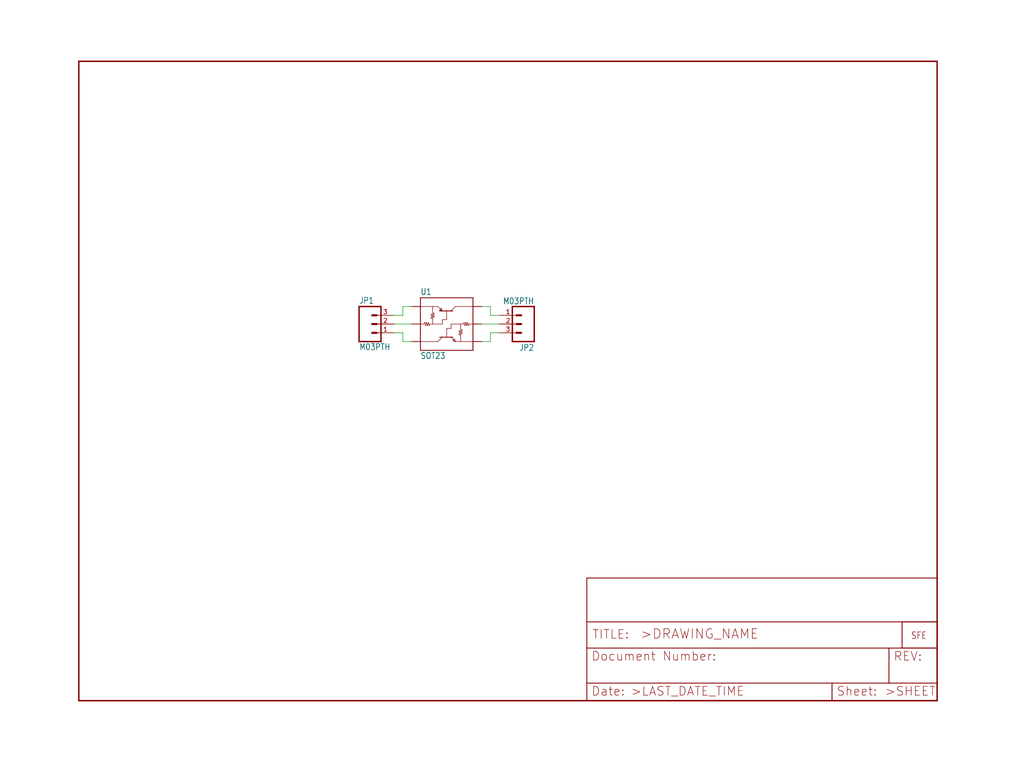
<source format=kicad_sch>
(kicad_sch (version 20211123) (generator eeschema)
  (paper "User" 297.002 223.926)
  (lib_symbols
    (symbol "eagleSchem-eagle-import:FRAME-LETTER"
      (symbol "FRAME-LETTER_1_0"
        (polyline (pts (xy 0 0) (xy 248.92 0)) (stroke (width 0.4064)))
        (polyline (pts (xy 0 185.42) (xy 0 0)) (stroke (width 0.4064)))
        (polyline (pts (xy 0 185.42) (xy 248.92 185.42)) (stroke (width 0.4064)))
        (polyline (pts (xy 248.92 185.42) (xy 248.92 0)) (stroke (width 0.4064)))
      )
      (symbol "FRAME-LETTER_2_0"
        (polyline (pts (xy 0 0) (xy 0 5.08)) (stroke (width 0.254)))
        (polyline (pts (xy 0 0) (xy 71.12 0)) (stroke (width 0.254)))
        (polyline (pts (xy 0 5.08) (xy 0 15.24)) (stroke (width 0.254)))
        (polyline (pts (xy 0 5.08) (xy 71.12 5.08)) (stroke (width 0.254)))
        (polyline (pts (xy 0 15.24) (xy 0 22.86)) (stroke (width 0.254)))
        (polyline (pts (xy 0 22.86) (xy 0 35.56)) (stroke (width 0.254)))
        (polyline (pts (xy 0 22.86) (xy 101.6 22.86)) (stroke (width 0.254)))
        (polyline (pts (xy 71.12 0) (xy 101.6 0)) (stroke (width 0.254)))
        (polyline (pts (xy 71.12 5.08) (xy 71.12 0)) (stroke (width 0.254)))
        (polyline (pts (xy 71.12 5.08) (xy 87.63 5.08)) (stroke (width 0.254)))
        (polyline (pts (xy 87.63 5.08) (xy 101.6 5.08)) (stroke (width 0.254)))
        (polyline (pts (xy 87.63 15.24) (xy 0 15.24)) (stroke (width 0.254)))
        (polyline (pts (xy 87.63 15.24) (xy 87.63 5.08)) (stroke (width 0.254)))
        (polyline (pts (xy 101.6 5.08) (xy 101.6 0)) (stroke (width 0.254)))
        (polyline (pts (xy 101.6 15.24) (xy 87.63 15.24)) (stroke (width 0.254)))
        (polyline (pts (xy 101.6 15.24) (xy 101.6 5.08)) (stroke (width 0.254)))
        (polyline (pts (xy 101.6 22.86) (xy 101.6 15.24)) (stroke (width 0.254)))
        (polyline (pts (xy 101.6 35.56) (xy 0 35.56)) (stroke (width 0.254)))
        (polyline (pts (xy 101.6 35.56) (xy 101.6 22.86)) (stroke (width 0.254)))
        (text ">DRAWING_NAME" (at 15.494 17.78 0) (effects (font (size 2.7432 2.7432)) (justify left bottom)))
        (text ">LAST_DATE_TIME" (at 12.7 1.27 0) (effects (font (size 2.54 2.54)) (justify left bottom)))
        (text ">SHEET" (at 86.36 1.27 0) (effects (font (size 2.54 2.54)) (justify left bottom)))
        (text "Date:" (at 1.27 1.27 0) (effects (font (size 2.54 2.54)) (justify left bottom)))
        (text "Document Number:" (at 1.27 11.43 0) (effects (font (size 2.54 2.54)) (justify left bottom)))
        (text "REV:" (at 88.9 11.43 0) (effects (font (size 2.54 2.54)) (justify left bottom)))
        (text "Sheet:" (at 72.39 1.27 0) (effects (font (size 2.54 2.54)) (justify left bottom)))
        (text "TITLE:" (at 1.524 17.78 0) (effects (font (size 2.54 2.54)) (justify left bottom)))
      )
    )
    (symbol "eagleSchem-eagle-import:LOGO-SFESK"
      (symbol "LOGO-SFESK_1_0"
        (polyline (pts (xy -2.54 -2.54) (xy 7.62 -2.54)) (stroke (width 0.254)))
        (polyline (pts (xy -2.54 5.08) (xy -2.54 -2.54)) (stroke (width 0.254)))
        (polyline (pts (xy 7.62 -2.54) (xy 7.62 5.08)) (stroke (width 0.254)))
        (polyline (pts (xy 7.62 5.08) (xy -2.54 5.08)) (stroke (width 0.254)))
        (text "SFE" (at 0 0 0) (effects (font (size 1.9304 1.6408)) (justify left bottom)))
      )
    )
    (symbol "eagleSchem-eagle-import:M03PTH"
      (property "Reference" "JP" (at -2.54 5.842 0))
      (property "Value" "M03PTH" (at -2.54 -7.62 0))
      (symbol "M03PTH_1_0"
        (polyline (pts (xy -2.54 5.08) (xy -2.54 -5.08)) (stroke (width 0.4064)))
        (polyline (pts (xy -2.54 5.08) (xy 3.81 5.08)) (stroke (width 0.4064)))
        (polyline (pts (xy 1.27 -2.54) (xy 2.54 -2.54)) (stroke (width 0.6096)))
        (polyline (pts (xy 1.27 0) (xy 2.54 0)) (stroke (width 0.6096)))
        (polyline (pts (xy 1.27 2.54) (xy 2.54 2.54)) (stroke (width 0.6096)))
        (polyline (pts (xy 3.81 -5.08) (xy -2.54 -5.08)) (stroke (width 0.4064)))
        (polyline (pts (xy 3.81 -5.08) (xy 3.81 5.08)) (stroke (width 0.4064)))
        (pin passive line (at 7.62 -2.54 180) (length 5.08) (name "1") (number "1"))
        (pin passive line (at 7.62 0 180) (length 5.08) (name "2") (number "2"))
        (pin passive line (at 7.62 2.54 180) (length 5.08) (name "3") (number "3"))
      )
    )
    (symbol "eagleSchem-eagle-import:XN04312SOT"
      (property "Value" "XN04312SOT" (at -7.62 -10.16 0))
      (symbol "XN04312SOT_1_0"
        (polyline (pts (xy -7.62 -7.62) (xy -7.62 -5.08)) (stroke (width 0.254)))
        (polyline (pts (xy -7.62 -5.08) (xy -7.62 5.08)) (stroke (width 0.254)))
        (polyline (pts (xy -7.62 -5.08) (xy -2.54 -5.08)) (stroke (width 0.1524)))
        (polyline (pts (xy -7.62 0) (xy -6.604 0)) (stroke (width 0.1524)))
        (polyline (pts (xy -7.62 5.08) (xy -7.62 7.62)) (stroke (width 0.254)))
        (polyline (pts (xy -7.62 7.62) (xy 7.62 7.62)) (stroke (width 0.254)))
        (polyline (pts (xy -6.604 0) (xy -6.35 0.508)) (stroke (width 0.1524)))
        (polyline (pts (xy -6.35 0.508) (xy -6.096 -0.508)) (stroke (width 0.1524)))
        (polyline (pts (xy -6.096 -0.508) (xy -5.842 0.508)) (stroke (width 0.1524)))
        (polyline (pts (xy -5.842 0.508) (xy -5.588 -0.508)) (stroke (width 0.1524)))
        (polyline (pts (xy -5.588 -0.508) (xy -5.334 0.508)) (stroke (width 0.1524)))
        (polyline (pts (xy -5.334 0.508) (xy -5.08 -0.508)) (stroke (width 0.1524)))
        (polyline (pts (xy -5.08 -0.508) (xy -4.826 0)) (stroke (width 0.1524)))
        (polyline (pts (xy -4.826 0) (xy -4.064 0)) (stroke (width 0.1524)))
        (polyline (pts (xy -4.572 1.778) (xy -4.064 1.524)) (stroke (width 0.1524)))
        (polyline (pts (xy -4.572 2.286) (xy -3.556 2.032)) (stroke (width 0.1524)))
        (polyline (pts (xy -4.572 2.794) (xy -3.556 2.54)) (stroke (width 0.1524)))
        (polyline (pts (xy -4.064 0) (xy -4.064 1.524)) (stroke (width 0.1524)))
        (polyline (pts (xy -4.064 0) (xy -1.27 0)) (stroke (width 0.1524)))
        (polyline (pts (xy -4.064 3.302) (xy -4.064 5.08)) (stroke (width 0.1524)))
        (polyline (pts (xy -4.064 3.302) (xy -3.556 3.048)) (stroke (width 0.1524)))
        (polyline (pts (xy -4.064 5.08) (xy -7.62 5.08)) (stroke (width 0.1524)))
        (polyline (pts (xy -3.556 2.032) (xy -4.572 1.778)) (stroke (width 0.1524)))
        (polyline (pts (xy -3.556 2.54) (xy -4.572 2.286)) (stroke (width 0.1524)))
        (polyline (pts (xy -3.556 3.048) (xy -4.572 2.794)) (stroke (width 0.1524)))
        (polyline (pts (xy -2.54 -5.08) (xy -1.27 -3.81)) (stroke (width 0.1524)))
        (polyline (pts (xy -2.54 5.08) (xy -4.064 5.08)) (stroke (width 0.1524)))
        (polyline (pts (xy -2.032 -3.81) (xy 0 -3.81)) (stroke (width 0.254)))
        (polyline (pts (xy -2.032 4.064) (xy -1.27 3.81)) (stroke (width 0.1524)))
        (polyline (pts (xy -1.524 4.572) (xy -2.032 4.064)) (stroke (width 0.1524)))
        (polyline (pts (xy -1.27 0) (xy -1.27 1.27)) (stroke (width 0.1524)))
        (polyline (pts (xy -1.27 1.27) (xy 0 1.27)) (stroke (width 0.1524)))
        (polyline (pts (xy -1.27 3.81) (xy -2.54 5.08)) (stroke (width 0.1524)))
        (polyline (pts (xy -1.27 3.81) (xy -2.032 3.81)) (stroke (width 0.254)))
        (polyline (pts (xy -1.27 3.81) (xy -1.524 4.572)) (stroke (width 0.1524)))
        (polyline (pts (xy 0 -3.81) (xy 1.27 -3.81)) (stroke (width 0.254)))
        (polyline (pts (xy 0 -1.27) (xy 0 -3.81)) (stroke (width 0.1524)))
        (polyline (pts (xy 0 1.27) (xy 0 3.81)) (stroke (width 0.1524)))
        (polyline (pts (xy 0 3.81) (xy -1.27 3.81)) (stroke (width 0.254)))
        (polyline (pts (xy 1.27 -3.81) (xy 1.778 -3.81)) (stroke (width 0.254)))
        (polyline (pts (xy 1.27 -1.27) (xy 0 -1.27)) (stroke (width 0.1524)))
        (polyline (pts (xy 1.27 0) (xy 1.27 -1.27)) (stroke (width 0.1524)))
        (polyline (pts (xy 1.27 3.81) (xy 0 3.81)) (stroke (width 0.254)))
        (polyline (pts (xy 1.778 -4.826) (xy 2.54 -5.08)) (stroke (width 0.1524)))
        (polyline (pts (xy 1.778 3.81) (xy 1.27 3.81)) (stroke (width 0.254)))
        (polyline (pts (xy 2.286 -4.318) (xy 1.778 -4.826)) (stroke (width 0.1524)))
        (polyline (pts (xy 2.54 -5.08) (xy 1.27 -3.81)) (stroke (width 0.1524)))
        (polyline (pts (xy 2.54 -5.08) (xy 2.286 -4.318)) (stroke (width 0.1524)))
        (polyline (pts (xy 2.54 -5.08) (xy 4.064 -5.08)) (stroke (width 0.1524)))
        (polyline (pts (xy 2.54 5.08) (xy 1.27 3.81)) (stroke (width 0.1524)))
        (polyline (pts (xy 3.556 -3.048) (xy 4.064 -3.302)) (stroke (width 0.1524)))
        (polyline (pts (xy 3.556 -2.54) (xy 4.572 -2.794)) (stroke (width 0.1524)))
        (polyline (pts (xy 3.556 -2.032) (xy 4.572 -2.286)) (stroke (width 0.1524)))
        (polyline (pts (xy 4.064 -5.08) (xy 7.62 -5.08)) (stroke (width 0.1524)))
        (polyline (pts (xy 4.064 -3.302) (xy 4.064 -5.08)) (stroke (width 0.1524)))
        (polyline (pts (xy 4.064 -1.524) (xy 4.572 -1.778)) (stroke (width 0.1524)))
        (polyline (pts (xy 4.064 0) (xy 1.27 0)) (stroke (width 0.1524)))
        (polyline (pts (xy 4.064 0) (xy 4.064 -1.524)) (stroke (width 0.1524)))
        (polyline (pts (xy 4.572 -2.794) (xy 3.556 -3.048)) (stroke (width 0.1524)))
        (polyline (pts (xy 4.572 -2.286) (xy 3.556 -2.54)) (stroke (width 0.1524)))
        (polyline (pts (xy 4.572 -1.778) (xy 3.556 -2.032)) (stroke (width 0.1524)))
        (polyline (pts (xy 4.826 0) (xy 4.064 0)) (stroke (width 0.1524)))
        (polyline (pts (xy 5.08 0.508) (xy 4.826 0)) (stroke (width 0.1524)))
        (polyline (pts (xy 5.334 -0.508) (xy 5.08 0.508)) (stroke (width 0.1524)))
        (polyline (pts (xy 5.588 0.508) (xy 5.334 -0.508)) (stroke (width 0.1524)))
        (polyline (pts (xy 5.842 -0.508) (xy 5.588 0.508)) (stroke (width 0.1524)))
        (polyline (pts (xy 6.096 0.508) (xy 5.842 -0.508)) (stroke (width 0.1524)))
        (polyline (pts (xy 6.35 -0.508) (xy 6.096 0.508)) (stroke (width 0.1524)))
        (polyline (pts (xy 6.604 0) (xy 6.35 -0.508)) (stroke (width 0.1524)))
        (polyline (pts (xy 7.62 -7.62) (xy -7.62 -7.62)) (stroke (width 0.254)))
        (polyline (pts (xy 7.62 -5.08) (xy 7.62 -7.62)) (stroke (width 0.254)))
        (polyline (pts (xy 7.62 0) (xy 6.604 0)) (stroke (width 0.1524)))
        (polyline (pts (xy 7.62 0) (xy 7.62 -5.08)) (stroke (width 0.254)))
        (polyline (pts (xy 7.62 5.08) (xy 2.54 5.08)) (stroke (width 0.1524)))
        (polyline (pts (xy 7.62 5.08) (xy 7.62 0)) (stroke (width 0.254)))
        (polyline (pts (xy 7.62 7.62) (xy 7.62 5.08)) (stroke (width 0.254)))
        (pin bidirectional line (at -10.16 -5.08 0) (length 2.54) (name "C1") (number "1"))
        (pin bidirectional line (at -10.16 0 0) (length 2.54) (name "B2") (number "2"))
        (pin bidirectional line (at -10.16 5.08 0) (length 2.54) (name "E2") (number "3"))
        (pin bidirectional line (at 10.16 5.08 180) (length 2.54) (name "C2") (number "4"))
        (pin bidirectional line (at 10.16 0 180) (length 2.54) (name "B1") (number "5"))
        (pin bidirectional line (at 10.16 -5.08 180) (length 2.54) (name "E1") (number "6"))
      )
    )
  )
  (wire (pts (xy 119.38 88.9) (xy 116.84 88.9)))
  (wire (pts (xy 139.7 99.06) (xy 142.24 99.06)))
  (wire (pts (xy 142.24 88.9) (xy 142.24 91.44)))
  (wire (pts (xy 139.7 93.98) (xy 144.78 93.98)))
  (wire (pts (xy 116.84 88.9) (xy 116.84 91.44)))
  (wire (pts (xy 142.24 91.44) (xy 144.78 91.44)))
  (wire (pts (xy 116.84 99.06) (xy 116.84 96.52)))
  (wire (pts (xy 142.24 99.06) (xy 142.24 96.52)))
  (wire (pts (xy 139.7 88.9) (xy 142.24 88.9)))
  (wire (pts (xy 119.38 93.98) (xy 114.3 93.98)))
  (wire (pts (xy 119.38 99.06) (xy 116.84 99.06)))
  (wire (pts (xy 116.84 96.52) (xy 114.3 96.52)))
  (wire (pts (xy 116.84 91.44) (xy 114.3 91.44)))
  (wire (pts (xy 142.24 96.52) (xy 144.78 96.52)))
  (symbol (lib_id "eagleSchem-eagle-import:FRAME-LETTER") (at 170.18 203.2 0) (unit 2)
    (property "Reference" "#FRAME1" (effects hide))
    (property "Value" "FRAME-LETTER" (effects hide))
    (property "Footprint" "eagleSchem:" (effects hide))
  )
  (symbol (lib_id "eagleSchem-eagle-import:LOGO-SFESK") (at 264.16 185.42 0) (unit 1)
    (property "Reference" "U$1" (effects hide))
    (property "Value" "LOGO-SFESK" (effects hide))
    (property "Footprint" "eagleSchem:SFE-LOGO-FLAME" (effects hide))
  )
  (symbol (lib_id "eagleSchem-eagle-import:M03PTH") (at 106.68 93.98 0) (unit 1)
    (property "Reference" "JP1" (at 104.14 88.138 0) (effects (font (size 1.778 1.5113)) (justify left bottom)))
    (property "Value" "M03PTH" (at 104.14 101.6 0) (effects (font (size 1.778 1.5113)) (justify left bottom)))
    (property "Footprint" "eagleSchem:1X03" (effects hide))
  )
  (symbol (lib_id "eagleSchem-eagle-import:FRAME-LETTER") (at 22.86 203.2 0) (unit 1)
    (property "Reference" "#FRAME1" (effects hide))
    (property "Value" "FRAME-LETTER" (effects hide))
    (property "Footprint" "eagleSchem:" (effects hide))
  )
  (symbol (lib_id "eagleSchem-eagle-import:XN04312SOT") (at 129.54 93.98 0) (unit 1)
    (property "Reference" "U1" (at 121.92 85.598 0) (effects (font (size 1.778 1.5113)) (justify left bottom)))
    (property "Value" "SOT23" (at 121.92 104.14 0) (effects (font (size 1.778 1.5113)) (justify left bottom)))
    (property "Footprint" "eagleSchem:SOT23-6" (effects hide))
  )
  (symbol (lib_id "eagleSchem-eagle-import:M03PTH") (at 152.4 93.98 180) (unit 1)
    (property "Reference" "JP2" (at 154.94 99.822 0) (effects (font (size 1.778 1.5113)) (justify left bottom)))
    (property "Value" "M03PTH" (at 154.94 86.36 0) (effects (font (size 1.778 1.5113)) (justify left bottom)))
    (property "Footprint" "eagleSchem:1X03" (effects hide))
  )
)
</source>
